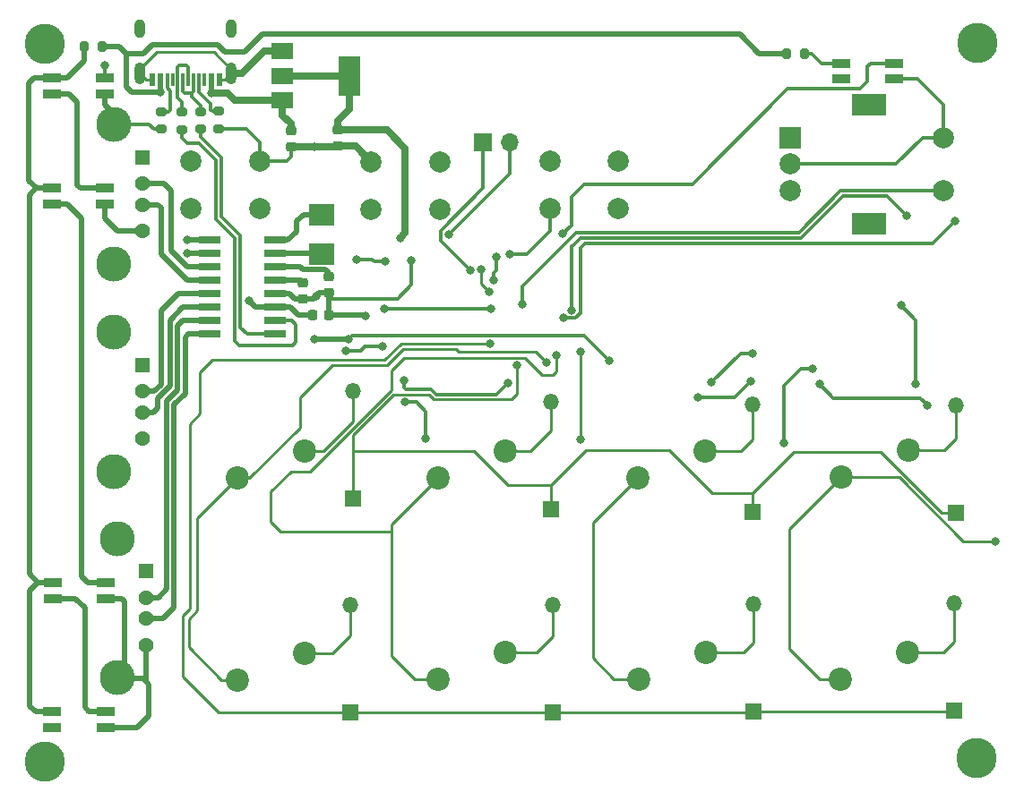
<source format=gbr>
%TF.GenerationSoftware,KiCad,Pcbnew,(6.0.10)*%
%TF.CreationDate,2023-03-05T14:49:45+05:30*%
%TF.ProjectId,keyboardv3,6b657962-6f61-4726-9476-332e6b696361,rev?*%
%TF.SameCoordinates,Original*%
%TF.FileFunction,Copper,L1,Top*%
%TF.FilePolarity,Positive*%
%FSLAX46Y46*%
G04 Gerber Fmt 4.6, Leading zero omitted, Abs format (unit mm)*
G04 Created by KiCad (PCBNEW (6.0.10)) date 2023-03-05 14:49:45*
%MOMM*%
%LPD*%
G01*
G04 APERTURE LIST*
G04 Aperture macros list*
%AMRoundRect*
0 Rectangle with rounded corners*
0 $1 Rounding radius*
0 $2 $3 $4 $5 $6 $7 $8 $9 X,Y pos of 4 corners*
0 Add a 4 corners polygon primitive as box body*
4,1,4,$2,$3,$4,$5,$6,$7,$8,$9,$2,$3,0*
0 Add four circle primitives for the rounded corners*
1,1,$1+$1,$2,$3*
1,1,$1+$1,$4,$5*
1,1,$1+$1,$6,$7*
1,1,$1+$1,$8,$9*
0 Add four rect primitives between the rounded corners*
20,1,$1+$1,$2,$3,$4,$5,0*
20,1,$1+$1,$4,$5,$6,$7,0*
20,1,$1+$1,$6,$7,$8,$9,0*
20,1,$1+$1,$8,$9,$2,$3,0*%
G04 Aperture macros list end*
%TA.AperFunction,ComponentPad*%
%ADD10R,1.428000X1.428000*%
%TD*%
%TA.AperFunction,ComponentPad*%
%ADD11C,1.428000*%
%TD*%
%TA.AperFunction,ComponentPad*%
%ADD12C,3.316000*%
%TD*%
%TA.AperFunction,ComponentPad*%
%ADD13R,1.500000X1.500000*%
%TD*%
%TA.AperFunction,ComponentPad*%
%ADD14O,1.500000X1.500000*%
%TD*%
%TA.AperFunction,ComponentPad*%
%ADD15R,2.000000X2.000000*%
%TD*%
%TA.AperFunction,ComponentPad*%
%ADD16C,2.000000*%
%TD*%
%TA.AperFunction,ComponentPad*%
%ADD17R,3.200000X2.000000*%
%TD*%
%TA.AperFunction,SMDPad,CuDef*%
%ADD18RoundRect,0.200000X0.275000X-0.200000X0.275000X0.200000X-0.275000X0.200000X-0.275000X-0.200000X0*%
%TD*%
%TA.AperFunction,SMDPad,CuDef*%
%ADD19RoundRect,0.200000X-0.200000X-0.275000X0.200000X-0.275000X0.200000X0.275000X-0.200000X0.275000X0*%
%TD*%
%TA.AperFunction,ComponentPad*%
%ADD20C,2.200000*%
%TD*%
%TA.AperFunction,SMDPad,CuDef*%
%ADD21RoundRect,0.200000X0.200000X0.275000X-0.200000X0.275000X-0.200000X-0.275000X0.200000X-0.275000X0*%
%TD*%
%TA.AperFunction,SMDPad,CuDef*%
%ADD22R,1.800000X0.820000*%
%TD*%
%TA.AperFunction,SMDPad,CuDef*%
%ADD23R,2.000000X1.500000*%
%TD*%
%TA.AperFunction,SMDPad,CuDef*%
%ADD24R,2.000000X3.800000*%
%TD*%
%TA.AperFunction,ConnectorPad*%
%ADD25C,3.800000*%
%TD*%
%TA.AperFunction,ComponentPad*%
%ADD26C,2.600000*%
%TD*%
%TA.AperFunction,SMDPad,CuDef*%
%ADD27RoundRect,0.225000X-0.250000X0.225000X-0.250000X-0.225000X0.250000X-0.225000X0.250000X0.225000X0*%
%TD*%
%TA.AperFunction,ComponentPad*%
%ADD28R,1.700000X1.700000*%
%TD*%
%TA.AperFunction,ComponentPad*%
%ADD29O,1.700000X1.700000*%
%TD*%
%TA.AperFunction,SMDPad,CuDef*%
%ADD30R,2.032000X0.660400*%
%TD*%
%TA.AperFunction,SMDPad,CuDef*%
%ADD31RoundRect,0.225000X-0.225000X-0.250000X0.225000X-0.250000X0.225000X0.250000X-0.225000X0.250000X0*%
%TD*%
%TA.AperFunction,SMDPad,CuDef*%
%ADD32R,2.400000X2.000000*%
%TD*%
%TA.AperFunction,SMDPad,CuDef*%
%ADD33R,0.600000X1.240000*%
%TD*%
%TA.AperFunction,SMDPad,CuDef*%
%ADD34R,0.300000X1.240000*%
%TD*%
%TA.AperFunction,ComponentPad*%
%ADD35O,1.000000X2.100000*%
%TD*%
%TA.AperFunction,ComponentPad*%
%ADD36O,1.000000X1.800000*%
%TD*%
%TA.AperFunction,ViaPad*%
%ADD37C,0.800000*%
%TD*%
%TA.AperFunction,Conductor*%
%ADD38C,0.300000*%
%TD*%
%TA.AperFunction,Conductor*%
%ADD39C,0.500000*%
%TD*%
%TA.AperFunction,Conductor*%
%ADD40C,0.250000*%
%TD*%
%TA.AperFunction,Conductor*%
%ADD41C,0.700000*%
%TD*%
G04 APERTURE END LIST*
D10*
%TO.P,J5,01,VCC*%
%TO.N,+5V*%
X42277859Y-79448405D03*
D11*
%TO.P,J5,02,D-*%
%TO.N,Net-(J5-Pad02)*%
X42277859Y-81948405D03*
%TO.P,J5,03,D+*%
%TO.N,Net-(J5-Pad03)*%
X42277859Y-83948405D03*
%TO.P,J5,04,GND*%
%TO.N,GND*%
X42277859Y-86448405D03*
D12*
%TO.P,J5,S1,SHIELD*%
X39567859Y-76378405D03*
%TO.P,J5,S2,SHIELD*%
X39567859Y-89518405D03*
%TD*%
D13*
%TO.P,D11,1,K*%
%TO.N,/row1*%
X118860000Y-73900000D03*
D14*
%TO.P,D11,2,A*%
%TO.N,Net-(D11-Pad2)*%
X118860000Y-63740000D03*
%TD*%
D15*
%TO.P,SW1,A,A*%
%TO.N,/a connect*%
X103130000Y-38450000D03*
D16*
%TO.P,SW1,B,B*%
%TO.N,/b connect*%
X103130000Y-43450000D03*
%TO.P,SW1,C,C*%
%TO.N,GND*%
X103130000Y-40950000D03*
D17*
%TO.P,SW1,MP*%
%TO.N,N/C*%
X110630000Y-35350000D03*
X110630000Y-46550000D03*
D16*
%TO.P,SW1,S1,S1*%
%TO.N,/switch c*%
X117630000Y-43450000D03*
%TO.P,SW1,S2,S2*%
%TO.N,GND*%
X117630000Y-38450000D03*
%TD*%
D18*
%TO.P,R3,1*%
%TO.N,GND*%
X43750000Y-37645000D03*
%TO.P,R3,2*%
%TO.N,Net-(J1-PadB5)*%
X43750000Y-35995000D03*
%TD*%
D19*
%TO.P,R7,1*%
%TO.N,+5V*%
X102825000Y-30470000D03*
%TO.P,R7,2*%
%TO.N,Net-(D21-Pad1)*%
X104475000Y-30470000D03*
%TD*%
D13*
%TO.P,D6,1,K*%
%TO.N,/row2*%
X80710000Y-92850000D03*
D14*
%TO.P,D6,2,A*%
%TO.N,Net-(D6-Pad2)*%
X80710000Y-82690000D03*
%TD*%
D20*
%TO.P,K5,1,1*%
%TO.N,/col2*%
X88760000Y-70600000D03*
%TO.P,K5,2,2*%
%TO.N,Net-(D8-Pad2)*%
X95110000Y-68060000D03*
%TD*%
%TO.P,K8,1,1*%
%TO.N,/col1*%
X107910000Y-89680000D03*
%TO.P,K8,2,2*%
%TO.N,Net-(D12-Pad2)*%
X114260000Y-87140000D03*
%TD*%
%TO.P,K6,1,1*%
%TO.N,/col2*%
X88850000Y-89650000D03*
%TO.P,K6,2,2*%
%TO.N,Net-(D9-Pad2)*%
X95200000Y-87110000D03*
%TD*%
D13*
%TO.P,D5,1,K*%
%TO.N,/row1*%
X80560000Y-73600000D03*
D14*
%TO.P,D5,2,A*%
%TO.N,Net-(D5-Pad2)*%
X80560000Y-63440000D03*
%TD*%
D21*
%TO.P,R6,1*%
%TO.N,+5V*%
X38125000Y-29800000D03*
%TO.P,R6,2*%
%TO.N,Net-(D16-Pad1)*%
X36475000Y-29800000D03*
%TD*%
D20*
%TO.P,K3,1,1*%
%TO.N,/col3*%
X69860000Y-70660000D03*
%TO.P,K3,2,2*%
%TO.N,Net-(D5-Pad2)*%
X76210000Y-68120000D03*
%TD*%
D13*
%TO.P,D2,1,K*%
%TO.N,/row1*%
X61810000Y-72560000D03*
D14*
%TO.P,D2,2,A*%
%TO.N,Net-(D2-Pad2)*%
X61810000Y-62400000D03*
%TD*%
D16*
%TO.P,SW3,1,1*%
%TO.N,GND*%
X63517075Y-40712925D03*
X70017075Y-40712925D03*
%TO.P,SW3,2,2*%
%TO.N,sw02*%
X70017075Y-45212925D03*
X63517075Y-45212925D03*
%TD*%
D18*
%TO.P,R5,1*%
%TO.N,/usb d+*%
X45710000Y-37665000D03*
%TO.P,R5,2*%
%TO.N,Net-(J1-PadA6)*%
X45710000Y-36015000D03*
%TD*%
D10*
%TO.P,J3,01,VCC*%
%TO.N,+5V*%
X41929235Y-40292569D03*
D11*
%TO.P,J3,02,D-*%
%TO.N,Net-(J3-Pad02)*%
X41929235Y-42792569D03*
%TO.P,J3,03,D+*%
%TO.N,Net-(J3-Pad03)*%
X41929235Y-44792569D03*
%TO.P,J3,04,GND*%
%TO.N,GND*%
X41929235Y-47292569D03*
D12*
%TO.P,J3,S1,SHIELD*%
X39219235Y-37222569D03*
%TO.P,J3,S2,SHIELD*%
X39219235Y-50362569D03*
%TD*%
D22*
%TO.P,D21,1,VDD*%
%TO.N,Net-(D21-Pad1)*%
X107985000Y-31390000D03*
%TO.P,D21,2,DOUT*%
%TO.N,unconnected-(D21-Pad2)*%
X107985000Y-32890000D03*
%TO.P,D21,3,VSS*%
%TO.N,GND*%
X112985000Y-32890000D03*
%TO.P,D21,4,DIN*%
%TO.N,Net-(U2-Pad2)*%
X112985000Y-31390000D03*
%TD*%
%TO.P,D20,1,VDD*%
%TO.N,Net-(D16-Pad1)*%
X33435000Y-92750000D03*
%TO.P,D20,2,DOUT*%
%TO.N,unconnected-(D20-Pad2)*%
X33435000Y-94250000D03*
%TO.P,D20,3,VSS*%
%TO.N,GND*%
X38435000Y-94250000D03*
%TO.P,D20,4,DIN*%
%TO.N,Net-(D19-Pad2)*%
X38435000Y-92750000D03*
%TD*%
%TO.P,D18,1,VDD*%
%TO.N,Net-(D16-Pad1)*%
X33370000Y-43220000D03*
%TO.P,D18,2,DOUT*%
%TO.N,Net-(D18-Pad2)*%
X33370000Y-44720000D03*
%TO.P,D18,3,VSS*%
%TO.N,GND*%
X38370000Y-44720000D03*
%TO.P,D18,4,DIN*%
%TO.N,Net-(D16-Pad2)*%
X38370000Y-43220000D03*
%TD*%
D13*
%TO.P,D12,1,K*%
%TO.N,/row2*%
X118660000Y-92680000D03*
D14*
%TO.P,D12,2,A*%
%TO.N,Net-(D12-Pad2)*%
X118660000Y-82520000D03*
%TD*%
D23*
%TO.P,U1,1,GND*%
%TO.N,GND*%
X55190000Y-30280000D03*
D24*
%TO.P,U1,2,VO*%
%TO.N,+3.3V*%
X61490000Y-32580000D03*
D23*
X55190000Y-32580000D03*
%TO.P,U1,3,VI*%
%TO.N,+5V*%
X55190000Y-34880000D03*
%TD*%
D16*
%TO.P,SW2,1,1*%
%TO.N,GND*%
X53057075Y-40672925D03*
X46557075Y-40672925D03*
%TO.P,SW2,2,2*%
%TO.N,sw01*%
X53057075Y-45172925D03*
X46557075Y-45172925D03*
%TD*%
D25*
%TO.P,H2,1*%
%TO.N,N/C*%
X32690000Y-97490000D03*
D26*
X32690000Y-97490000D03*
%TD*%
D27*
%TO.P,C13,1*%
%TO.N,Net-(C13-Pad1)*%
X59520000Y-51595000D03*
%TO.P,C13,2*%
%TO.N,GND*%
X59520000Y-53145000D03*
%TD*%
D28*
%TO.P,J2,1,Pin_1*%
%TO.N,Net-(J2-Pad1)*%
X74160000Y-38905000D03*
D29*
%TO.P,J2,2,Pin_2*%
%TO.N,Net-(J2-Pad2)*%
X76700000Y-38905000D03*
%TD*%
D30*
%TO.P,U3,1,DM4*%
%TO.N,/dm4*%
X48296600Y-48135000D03*
%TO.P,U3,2,DP4*%
%TO.N,/dp4*%
X48296600Y-49405000D03*
%TO.P,U3,3,DM3*%
%TO.N,Net-(J3-Pad02)*%
X48296600Y-50675000D03*
%TO.P,U3,4,DP3*%
%TO.N,Net-(J3-Pad03)*%
X48296600Y-51945000D03*
%TO.P,U3,5,DM2*%
%TO.N,Net-(J4-Pad02)*%
X48296600Y-53215000D03*
%TO.P,U3,6,DP2*%
%TO.N,Net-(J4-Pad03)*%
X48296600Y-54485000D03*
%TO.P,U3,7,DM1*%
%TO.N,Net-(J5-Pad02)*%
X48296600Y-55755000D03*
%TO.P,U3,8,DP1*%
%TO.N,Net-(J5-Pad03)*%
X48296600Y-57025000D03*
%TO.P,U3,9,DM*%
%TO.N,/usb d-*%
X54443400Y-57025000D03*
%TO.P,U3,10,DP*%
%TO.N,/usb d+*%
X54443400Y-55755000D03*
%TO.P,U3,11,VDD5*%
%TO.N,+5V*%
X54443400Y-54485000D03*
%TO.P,U3,12,GND*%
%TO.N,GND*%
X54443400Y-53215000D03*
%TO.P,U3,13,VDD33*%
%TO.N,Net-(C12-Pad1)*%
X54443400Y-51945000D03*
%TO.P,U3,14,VDD18*%
%TO.N,Net-(C13-Pad1)*%
X54443400Y-50675000D03*
%TO.P,U3,15,XOUT*%
%TO.N,Net-(U3-Pad15)*%
X54443400Y-49405000D03*
%TO.P,U3,16,XIN*%
%TO.N,Net-(U3-Pad16)*%
X54443400Y-48135000D03*
%TD*%
D18*
%TO.P,R4,1*%
%TO.N,/usb d-*%
X47410000Y-37645000D03*
%TO.P,R4,2*%
%TO.N,Net-(J1-PadA7)*%
X47410000Y-35995000D03*
%TD*%
D13*
%TO.P,D8,1,K*%
%TO.N,/row1*%
X99580000Y-73880000D03*
D14*
%TO.P,D8,2,A*%
%TO.N,Net-(D8-Pad2)*%
X99580000Y-63720000D03*
%TD*%
D31*
%TO.P,C14,1*%
%TO.N,+5V*%
X58025000Y-55240000D03*
%TO.P,C14,2*%
%TO.N,GND*%
X59575000Y-55240000D03*
%TD*%
D27*
%TO.P,C12,1*%
%TO.N,Net-(C12-Pad1)*%
X57100000Y-52135000D03*
%TO.P,C12,2*%
%TO.N,GND*%
X57100000Y-53685000D03*
%TD*%
D32*
%TO.P,Y2,1,1*%
%TO.N,Net-(U3-Pad16)*%
X58890000Y-45730000D03*
%TO.P,Y2,2,2*%
%TO.N,Net-(U3-Pad15)*%
X58890000Y-49430000D03*
%TD*%
D27*
%TO.P,C1,1*%
%TO.N,+5V*%
X55970000Y-37745000D03*
%TO.P,C1,2*%
%TO.N,GND*%
X55970000Y-39295000D03*
%TD*%
D26*
%TO.P,H1,1*%
%TO.N,N/C*%
X32700000Y-29530000D03*
D25*
X32700000Y-29530000D03*
%TD*%
D26*
%TO.P,H4,1*%
%TO.N,N/C*%
X120850000Y-29480000D03*
D25*
X120850000Y-29480000D03*
%TD*%
D33*
%TO.P,J1,A1,GND*%
%TO.N,GND*%
X49240000Y-32945000D03*
%TO.P,J1,A4,VBUS*%
%TO.N,+5V*%
X48440000Y-32945000D03*
D34*
%TO.P,J1,A5,CC1*%
%TO.N,Net-(J1-PadA5)*%
X47290000Y-32945000D03*
%TO.P,J1,A6,D+*%
%TO.N,Net-(J1-PadA6)*%
X46290000Y-32945000D03*
%TO.P,J1,A7,D-*%
%TO.N,Net-(J1-PadA7)*%
X45790000Y-32945000D03*
%TO.P,J1,A8,SBU1*%
%TO.N,unconnected-(J1-PadA8)*%
X44790000Y-32945000D03*
D33*
%TO.P,J1,A9,VBUS*%
%TO.N,+5V*%
X43640000Y-32945000D03*
%TO.P,J1,A12,GND*%
%TO.N,GND*%
X42840000Y-32945000D03*
%TO.P,J1,B1,GND*%
X42840000Y-32945000D03*
%TO.P,J1,B4,VBUS*%
%TO.N,+5V*%
X43640000Y-32945000D03*
D34*
%TO.P,J1,B5,CC2*%
%TO.N,Net-(J1-PadB5)*%
X44290000Y-32945000D03*
%TO.P,J1,B6,D+*%
%TO.N,Net-(J1-PadA6)*%
X45290000Y-32945000D03*
%TO.P,J1,B7,D-*%
%TO.N,Net-(J1-PadA7)*%
X46790000Y-32945000D03*
%TO.P,J1,B8,SBU2*%
%TO.N,unconnected-(J1-PadB8)*%
X47790000Y-32945000D03*
D33*
%TO.P,J1,B9,VBUS*%
%TO.N,+5V*%
X48440000Y-32945000D03*
%TO.P,J1,B12,GND*%
%TO.N,GND*%
X49240000Y-32945000D03*
D35*
%TO.P,J1,S1,SHIELD*%
X41720000Y-32345000D03*
X50360000Y-32345000D03*
D36*
X50360000Y-28145000D03*
X41720000Y-28145000D03*
%TD*%
D18*
%TO.P,R2,1*%
%TO.N,GND*%
X49170000Y-37605000D03*
%TO.P,R2,2*%
%TO.N,Net-(J1-PadA5)*%
X49170000Y-35955000D03*
%TD*%
D27*
%TO.P,C2,1*%
%TO.N,+3.3V*%
X60440000Y-37705000D03*
%TO.P,C2,2*%
%TO.N,GND*%
X60440000Y-39255000D03*
%TD*%
D13*
%TO.P,D3,1,K*%
%TO.N,/row2*%
X61630000Y-92850000D03*
D14*
%TO.P,D3,2,A*%
%TO.N,Net-(D3-Pad2)*%
X61630000Y-82690000D03*
%TD*%
D13*
%TO.P,D9,1,K*%
%TO.N,/row2*%
X99660000Y-92700000D03*
D14*
%TO.P,D9,2,A*%
%TO.N,Net-(D9-Pad2)*%
X99660000Y-82540000D03*
%TD*%
D20*
%TO.P,K1,1,1*%
%TO.N,/col4*%
X50950000Y-70640000D03*
%TO.P,K1,2,2*%
%TO.N,Net-(D2-Pad2)*%
X57300000Y-68100000D03*
%TD*%
D22*
%TO.P,D19,1,VDD*%
%TO.N,Net-(D16-Pad1)*%
X33515000Y-80530000D03*
%TO.P,D19,2,DOUT*%
%TO.N,Net-(D19-Pad2)*%
X33515000Y-82030000D03*
%TO.P,D19,3,VSS*%
%TO.N,GND*%
X38515000Y-82030000D03*
%TO.P,D19,4,DIN*%
%TO.N,Net-(D18-Pad2)*%
X38515000Y-80530000D03*
%TD*%
D20*
%TO.P,K2,1,1*%
%TO.N,/col4*%
X50950000Y-89740000D03*
%TO.P,K2,2,2*%
%TO.N,Net-(D3-Pad2)*%
X57300000Y-87200000D03*
%TD*%
D16*
%TO.P,SW4,1,1*%
%TO.N,GND*%
X86937075Y-40642925D03*
X80437075Y-40642925D03*
%TO.P,SW4,2,2*%
%TO.N,sw03*%
X86937075Y-45142925D03*
X80437075Y-45142925D03*
%TD*%
D20*
%TO.P,K4,1,1*%
%TO.N,/col3*%
X69910000Y-89670000D03*
%TO.P,K4,2,2*%
%TO.N,Net-(D6-Pad2)*%
X76260000Y-87130000D03*
%TD*%
%TO.P,K7,1,1*%
%TO.N,/col1*%
X107960000Y-70580000D03*
%TO.P,K7,2,2*%
%TO.N,Net-(D11-Pad2)*%
X114310000Y-68040000D03*
%TD*%
D10*
%TO.P,J4,01,VCC*%
%TO.N,+5V*%
X41970000Y-59940000D03*
D11*
%TO.P,J4,02,D-*%
%TO.N,Net-(J4-Pad02)*%
X41970000Y-62440000D03*
%TO.P,J4,03,D+*%
%TO.N,Net-(J4-Pad03)*%
X41970000Y-64440000D03*
%TO.P,J4,04,GND*%
%TO.N,GND*%
X41970000Y-66940000D03*
D12*
%TO.P,J4,S1,SHIELD*%
X39260000Y-56870000D03*
%TO.P,J4,S2,SHIELD*%
X39260000Y-70010000D03*
%TD*%
D22*
%TO.P,D16,1,VDD*%
%TO.N,Net-(D16-Pad1)*%
X33420000Y-32820000D03*
%TO.P,D16,2,DOUT*%
%TO.N,Net-(D16-Pad2)*%
X33420000Y-34320000D03*
%TO.P,D16,3,VSS*%
%TO.N,GND*%
X38420000Y-34320000D03*
%TO.P,D16,4,DIN*%
%TO.N,LED4*%
X38420000Y-32820000D03*
%TD*%
D26*
%TO.P,H3,1*%
%TO.N,N/C*%
X120740000Y-97140000D03*
D25*
X120740000Y-97140000D03*
%TD*%
D37*
%TO.N,/dp4*%
X62190000Y-49930000D03*
%TO.N,GND*%
X61190000Y-58630000D03*
X64640000Y-58220000D03*
X63040000Y-55339500D03*
X66690000Y-61390000D03*
X99620000Y-58830000D03*
X113630000Y-54280000D03*
%TO.N,+3.3V*%
X66310000Y-47920000D03*
%TO.N,GND*%
X75110000Y-51890000D03*
X75390000Y-49750000D03*
%TO.N,+3.3V*%
X73950000Y-50860000D03*
X74700000Y-53000000D03*
%TO.N,/col2*%
X83330000Y-66970000D03*
%TO.N,Net-(D1-Pad1)*%
X105300000Y-60270000D03*
X102580000Y-67350000D03*
%TO.N,Net-(D10-Pad2)*%
X116080000Y-63780000D03*
X105930000Y-61780000D03*
%TO.N,GND*%
X115040000Y-61770000D03*
%TO.N,Net-(D10-Pad4)*%
X99410000Y-61520000D03*
X94480000Y-63020000D03*
%TO.N,GND*%
X95730000Y-61610000D03*
%TO.N,Net-(D4-Pad2)*%
X66750000Y-63470000D03*
X68710000Y-66910000D03*
%TO.N,Net-(D1-Pad1)*%
X86040000Y-59540000D03*
X58200000Y-57500000D03*
X61400000Y-57530000D03*
%TO.N,GND*%
X76450000Y-61670000D03*
%TO.N,/LED*%
X64780000Y-54590000D03*
X74900000Y-54590000D03*
%TO.N,/slide2*%
X118740000Y-46290000D03*
%TO.N,/slide1*%
X114200000Y-45820000D03*
%TO.N,/slide2*%
X81724749Y-55509500D03*
%TO.N,/slide1*%
X82530000Y-54760000D03*
%TO.N,/switch c*%
X77880000Y-54240000D03*
%TO.N,Net-(U2-Pad2)*%
X81650000Y-47550000D03*
%TO.N,Net-(J2-Pad1)*%
X72940000Y-51020000D03*
%TO.N,Net-(J2-Pad2)*%
X70894578Y-47615781D03*
%TO.N,sw03*%
X76680000Y-49470000D03*
%TO.N,LED4*%
X38390000Y-31640000D03*
%TO.N,+5V*%
X52060000Y-53840000D03*
%TO.N,GND*%
X58345000Y-53445000D03*
%TO.N,+5V*%
X48450000Y-34240000D03*
X43650000Y-34140000D03*
%TO.N,GND*%
X67350000Y-50070000D03*
X58225000Y-39295000D03*
%TO.N,/row1*%
X77350000Y-59980000D03*
%TO.N,/row2*%
X74830000Y-57930000D03*
%TO.N,/col4*%
X80110000Y-59680000D03*
%TO.N,/col3*%
X81080000Y-59050000D03*
%TO.N,/col2*%
X83330000Y-58660000D03*
%TO.N,/col1*%
X122560000Y-76630000D03*
%TO.N,/dp4*%
X64880688Y-50109312D03*
X46170000Y-49420000D03*
%TO.N,/dm4*%
X46160000Y-48120000D03*
%TD*%
D38*
%TO.N,/dp4*%
X63660000Y-49930000D02*
X62190000Y-49930000D01*
X64880688Y-50109312D02*
X63839312Y-50109312D01*
X63839312Y-50109312D02*
X63660000Y-49930000D01*
%TO.N,GND*%
X62570000Y-58630000D02*
X62980000Y-58220000D01*
X61190000Y-58630000D02*
X62570000Y-58630000D01*
X62980000Y-58220000D02*
X64640000Y-58220000D01*
D39*
X62940500Y-55240000D02*
X63040000Y-55339500D01*
X59575000Y-55240000D02*
X62940500Y-55240000D01*
D38*
X66850000Y-62250000D02*
X66690000Y-62090000D01*
X69211754Y-62250000D02*
X66850000Y-62250000D01*
X69691753Y-62729999D02*
X69211754Y-62250000D01*
X75390001Y-62729999D02*
X69691753Y-62729999D01*
X66690000Y-62090000D02*
X66690000Y-61390000D01*
X76450000Y-61670000D02*
X75390001Y-62729999D01*
D40*
%TO.N,/row1*%
X77350000Y-62650000D02*
X77350000Y-59980000D01*
X69495001Y-63204999D02*
X76795001Y-63204999D01*
X65657792Y-62745000D02*
X69035002Y-62745000D01*
X61810000Y-66592792D02*
X65657792Y-62745000D01*
X69035002Y-62745000D02*
X69495001Y-63204999D01*
X76795001Y-63204999D02*
X77350000Y-62650000D01*
X61810000Y-68230000D02*
X61810000Y-66592792D01*
D38*
%TO.N,GND*%
X98510000Y-58830000D02*
X99620000Y-58830000D01*
X95730000Y-61610000D02*
X98510000Y-58830000D01*
X115040000Y-55690000D02*
X113630000Y-54280000D01*
X115040000Y-61770000D02*
X115040000Y-55690000D01*
X66040000Y-53660000D02*
X59600000Y-53660000D01*
D39*
X59575000Y-53635000D02*
X59575000Y-53200000D01*
D38*
X67350000Y-52350000D02*
X66040000Y-53660000D01*
X59600000Y-53660000D02*
X59575000Y-53635000D01*
X67350000Y-50070000D02*
X67350000Y-52350000D01*
D39*
X59575000Y-55240000D02*
X59575000Y-53635000D01*
D41*
%TO.N,+3.3V*%
X66780000Y-47450000D02*
X66310000Y-47920000D01*
X65025000Y-37705000D02*
X66780000Y-39460000D01*
X66780000Y-39460000D02*
X66780000Y-47450000D01*
X60440000Y-37705000D02*
X65025000Y-37705000D01*
D38*
%TO.N,GND*%
X75110000Y-51250000D02*
X75110000Y-51890000D01*
X75390000Y-50970000D02*
X75110000Y-51250000D01*
X75390000Y-49750000D02*
X75390000Y-50970000D01*
D40*
%TO.N,+3.3V*%
X73950000Y-52250000D02*
X74700000Y-53000000D01*
X73950000Y-50860000D02*
X73950000Y-52250000D01*
%TO.N,/col2*%
X83330000Y-66970000D02*
X83330000Y-58660000D01*
D38*
%TO.N,Net-(D1-Pad1)*%
X102710000Y-61740000D02*
X102580000Y-61870000D01*
X105300000Y-60270000D02*
X104180000Y-60270000D01*
X104180000Y-60270000D02*
X102710000Y-61740000D01*
X102580000Y-61870000D02*
X102580000Y-67350000D01*
%TO.N,Net-(D10-Pad2)*%
X116080000Y-63720000D02*
X116080000Y-63780000D01*
X115430000Y-63070000D02*
X116080000Y-63720000D01*
X105930000Y-61780000D02*
X107220000Y-63070000D01*
X107220000Y-63070000D02*
X115430000Y-63070000D01*
%TO.N,Net-(D10-Pad4)*%
X94480000Y-63020000D02*
X97910000Y-63020000D01*
X97910000Y-63020000D02*
X99410000Y-61520000D01*
%TO.N,Net-(D4-Pad2)*%
X68710000Y-64360000D02*
X68710000Y-66910000D01*
X67820000Y-63470000D02*
X68710000Y-64360000D01*
X66750000Y-63470000D02*
X67820000Y-63470000D01*
%TO.N,Net-(D1-Pad1)*%
X61750000Y-57180000D02*
X61400000Y-57530000D01*
X86040000Y-59540000D02*
X83680000Y-57180000D01*
X83680000Y-57180000D02*
X61750000Y-57180000D01*
D39*
X58200000Y-57500000D02*
X61370000Y-57500000D01*
X61370000Y-57500000D02*
X61400000Y-57530000D01*
D38*
%TO.N,/LED*%
X74900000Y-54590000D02*
X64780000Y-54590000D01*
%TO.N,/slide2*%
X114660000Y-48430000D02*
X116600000Y-48430000D01*
X83650000Y-48520000D02*
X83740000Y-48430000D01*
X83340000Y-48830000D02*
X83650000Y-48520000D01*
X83340000Y-49200000D02*
X83340000Y-48830000D01*
X83340000Y-55010661D02*
X83340000Y-49200000D01*
X82840661Y-55510000D02*
X83340000Y-55010661D01*
X116600000Y-48430000D02*
X118740000Y-46290000D01*
X81724749Y-55509500D02*
X81725249Y-55510000D01*
X81725249Y-55510000D02*
X82840661Y-55510000D01*
X83740000Y-48430000D02*
X114660000Y-48430000D01*
%TO.N,/slide1*%
X112330000Y-43950000D02*
X114200000Y-45820000D01*
X108147107Y-43950000D02*
X112330000Y-43950000D01*
X104177107Y-47920000D02*
X108147107Y-43950000D01*
X83310000Y-47920000D02*
X104177107Y-47920000D01*
X82530000Y-48700000D02*
X82640000Y-48590000D01*
X82640000Y-48590000D02*
X83310000Y-47920000D01*
X82530000Y-54760000D02*
X82530000Y-48700000D01*
%TO.N,/switch c*%
X107940000Y-43450000D02*
X117630000Y-43450000D01*
X103970000Y-47420000D02*
X107940000Y-43450000D01*
X77880000Y-52500000D02*
X82960000Y-47420000D01*
X77880000Y-54240000D02*
X77880000Y-52500000D01*
X82960000Y-47420000D02*
X103970000Y-47420000D01*
%TO.N,GND*%
X113190000Y-40950000D02*
X115690000Y-38450000D01*
X103130000Y-40950000D02*
X113190000Y-40950000D01*
X115690000Y-38450000D02*
X117630000Y-38450000D01*
X117630000Y-35360000D02*
X117630000Y-38450000D01*
X115160000Y-32890000D02*
X117630000Y-35360000D01*
X112985000Y-32890000D02*
X115160000Y-32890000D01*
%TO.N,Net-(D21-Pad1)*%
X106150000Y-31390000D02*
X107985000Y-31390000D01*
X105230000Y-30470000D02*
X106150000Y-31390000D01*
X104475000Y-30470000D02*
X105230000Y-30470000D01*
D39*
%TO.N,+5V*%
X100230000Y-30470000D02*
X102825000Y-30470000D01*
X98390000Y-28630000D02*
X100230000Y-30470000D01*
X53300000Y-28630000D02*
X98390000Y-28630000D01*
X51640000Y-30290000D02*
X53300000Y-28630000D01*
X49770000Y-30290000D02*
X51640000Y-30290000D01*
X49100000Y-29620000D02*
X49770000Y-30290000D01*
X42890000Y-29620000D02*
X49100000Y-29620000D01*
X42030000Y-30480000D02*
X42890000Y-29620000D01*
X40400000Y-30480000D02*
X42030000Y-30480000D01*
D38*
%TO.N,Net-(U2-Pad2)*%
X82480000Y-46720000D02*
X81650000Y-47550000D01*
X82480000Y-44060000D02*
X82480000Y-46720000D01*
X83710000Y-42830000D02*
X82480000Y-44060000D01*
X93930000Y-42830000D02*
X83710000Y-42830000D01*
X102930000Y-33830000D02*
X93930000Y-42830000D01*
X109780000Y-33830000D02*
X102930000Y-33830000D01*
X110470000Y-33140000D02*
X109780000Y-33830000D01*
X110470000Y-31680000D02*
X110470000Y-33140000D01*
X110760000Y-31390000D02*
X110470000Y-31680000D01*
X112985000Y-31390000D02*
X110760000Y-31390000D01*
%TO.N,Net-(J2-Pad1)*%
X74160000Y-43230000D02*
X74160000Y-38905000D01*
X70144578Y-47245422D02*
X74160000Y-43230000D01*
X70144578Y-48224578D02*
X70144578Y-47245422D01*
X72940000Y-51020000D02*
X70144578Y-48224578D01*
%TO.N,Net-(J2-Pad2)*%
X76700000Y-41820000D02*
X76700000Y-38905000D01*
X70904219Y-47615781D02*
X76700000Y-41820000D01*
X70894578Y-47615781D02*
X70904219Y-47615781D01*
%TO.N,sw03*%
X76680000Y-49470000D02*
X78250000Y-49470000D01*
X78250000Y-49470000D02*
X80437075Y-47282925D01*
X80437075Y-47282925D02*
X80437075Y-45142925D01*
%TO.N,LED4*%
X38420000Y-31670000D02*
X38390000Y-31640000D01*
X38420000Y-32820000D02*
X38420000Y-31670000D01*
D39*
%TO.N,+5V*%
X52060000Y-53950000D02*
X52060000Y-53840000D01*
X52270000Y-54160000D02*
X52060000Y-53950000D01*
X52595000Y-54485000D02*
X52270000Y-54160000D01*
X54443400Y-54485000D02*
X52595000Y-54485000D01*
X56680000Y-55240000D02*
X58025000Y-55240000D01*
X55925000Y-54485000D02*
X56680000Y-55240000D01*
X54443400Y-54485000D02*
X55925000Y-54485000D01*
%TO.N,GND*%
X58345000Y-53445000D02*
X58105000Y-53685000D01*
X59575000Y-53200000D02*
X59520000Y-53145000D01*
X58105000Y-53685000D02*
X57100000Y-53685000D01*
X59520000Y-53145000D02*
X58645000Y-53145000D01*
X58645000Y-53145000D02*
X58345000Y-53445000D01*
X56305000Y-53685000D02*
X57100000Y-53685000D01*
X55835000Y-53215000D02*
X56305000Y-53685000D01*
X54443400Y-53215000D02*
X55835000Y-53215000D01*
%TO.N,Net-(C12-Pad1)*%
X56910000Y-51945000D02*
X57100000Y-52135000D01*
X54443400Y-51945000D02*
X56910000Y-51945000D01*
%TO.N,Net-(C13-Pad1)*%
X59520000Y-51230000D02*
X59520000Y-51595000D01*
X59200000Y-50910000D02*
X59520000Y-51230000D01*
X57080000Y-50910000D02*
X59200000Y-50910000D01*
X56845000Y-50675000D02*
X57080000Y-50910000D01*
X54443400Y-50675000D02*
X56845000Y-50675000D01*
%TO.N,Net-(U3-Pad15)*%
X58865000Y-49405000D02*
X58890000Y-49430000D01*
X54443400Y-49405000D02*
X58865000Y-49405000D01*
%TO.N,Net-(U3-Pad16)*%
X56510000Y-47320000D02*
X56510000Y-46370000D01*
X56510000Y-46370000D02*
X57150000Y-45730000D01*
X55695000Y-48135000D02*
X56510000Y-47320000D01*
X54443400Y-48135000D02*
X55695000Y-48135000D01*
X57150000Y-45730000D02*
X58890000Y-45730000D01*
%TO.N,Net-(J5-Pad03)*%
X43911595Y-83948405D02*
X42277859Y-83948405D01*
X44930000Y-82930000D02*
X43911595Y-83948405D01*
X44930000Y-63680000D02*
X44930000Y-82930000D01*
X45970000Y-62640000D02*
X44930000Y-63680000D01*
X45970000Y-57360000D02*
X45970000Y-62640000D01*
X46305000Y-57025000D02*
X45970000Y-57360000D01*
X48296600Y-57025000D02*
X46305000Y-57025000D01*
%TO.N,Net-(J5-Pad02)*%
X43431595Y-81948405D02*
X42277859Y-81948405D01*
X44230000Y-81150000D02*
X43431595Y-81948405D01*
X44230000Y-63370000D02*
X44230000Y-81150000D01*
X45250000Y-62350000D02*
X44230000Y-63370000D01*
X45250000Y-56220000D02*
X45250000Y-62350000D01*
X45715000Y-55755000D02*
X45250000Y-56220000D01*
X48296600Y-55755000D02*
X45715000Y-55755000D01*
D40*
%TO.N,/row2*%
X49170000Y-92850000D02*
X61630000Y-92850000D01*
X45740000Y-89420000D02*
X49170000Y-92850000D01*
X45740000Y-83660000D02*
X45740000Y-89420000D01*
X46430000Y-82970000D02*
X45740000Y-83660000D01*
X46430000Y-65520000D02*
X46430000Y-82970000D01*
X47400000Y-64550000D02*
X46430000Y-65520000D01*
X47400000Y-60610000D02*
X47400000Y-64550000D01*
X48515568Y-59494432D02*
X47400000Y-60610000D01*
X64825568Y-59494432D02*
X48515568Y-59494432D01*
X66390000Y-57930000D02*
X64825568Y-59494432D01*
X74830000Y-57930000D02*
X66390000Y-57930000D01*
D39*
%TO.N,Net-(J4-Pad03)*%
X43380000Y-64000000D02*
X42940000Y-64440000D01*
X43380000Y-63109950D02*
X43380000Y-64000000D01*
X44550000Y-61939950D02*
X43380000Y-63109950D01*
X42940000Y-64440000D02*
X41970000Y-64440000D01*
X44550000Y-55700000D02*
X44550000Y-61939950D01*
X45765000Y-54485000D02*
X44550000Y-55700000D01*
X48296600Y-54485000D02*
X45765000Y-54485000D01*
%TO.N,Net-(J4-Pad02)*%
X43700000Y-61800000D02*
X43060000Y-62440000D01*
X43060000Y-62440000D02*
X41970000Y-62440000D01*
X45295000Y-53215000D02*
X43700000Y-54810000D01*
X48296600Y-53215000D02*
X45295000Y-53215000D01*
X43700000Y-54810000D02*
X43700000Y-61800000D01*
%TO.N,Net-(J3-Pad03)*%
X43422569Y-44792569D02*
X41929235Y-44792569D01*
X43700000Y-45070000D02*
X43422569Y-44792569D01*
X43700000Y-49500000D02*
X43700000Y-45070000D01*
X46145000Y-51945000D02*
X43700000Y-49500000D01*
X48296600Y-51945000D02*
X46145000Y-51945000D01*
%TO.N,Net-(J3-Pad02)*%
X44650000Y-43480000D02*
X43962569Y-42792569D01*
X44650000Y-49150000D02*
X44650000Y-43480000D01*
X46175000Y-50675000D02*
X44650000Y-49150000D01*
X43962569Y-42792569D02*
X41929235Y-42792569D01*
X48296600Y-50675000D02*
X46175000Y-50675000D01*
%TO.N,GND*%
X39560000Y-47240000D02*
X42357500Y-47240000D01*
X38370000Y-46050000D02*
X39560000Y-47240000D01*
X38370000Y-44720000D02*
X38370000Y-46050000D01*
X40260000Y-82290000D02*
X40260000Y-88920000D01*
X40260000Y-88920000D02*
X39550000Y-89630000D01*
X38515000Y-82030000D02*
X40000000Y-82030000D01*
X40000000Y-82030000D02*
X40260000Y-82290000D01*
X42260000Y-86560000D02*
X42260000Y-89860000D01*
X42260000Y-89860000D02*
X42255000Y-89865000D01*
X42255000Y-89865000D02*
X42020000Y-89630000D01*
X42550000Y-90160000D02*
X42255000Y-89865000D01*
X42550000Y-93140000D02*
X42550000Y-90160000D01*
X41440000Y-94250000D02*
X42550000Y-93140000D01*
X42020000Y-89630000D02*
X39550000Y-89630000D01*
X38435000Y-94250000D02*
X41440000Y-94250000D01*
%TO.N,Net-(D19-Pad2)*%
X36490000Y-92340000D02*
X36900000Y-92750000D01*
X36490000Y-82900000D02*
X36490000Y-92340000D01*
X35620000Y-82030000D02*
X36490000Y-82900000D01*
X36900000Y-92750000D02*
X38435000Y-92750000D01*
X33515000Y-82030000D02*
X35620000Y-82030000D01*
%TO.N,Net-(D18-Pad2)*%
X36190000Y-46100000D02*
X36190000Y-79940000D01*
X36190000Y-79940000D02*
X36780000Y-80530000D01*
X36780000Y-80530000D02*
X38515000Y-80530000D01*
X34810000Y-44720000D02*
X36190000Y-46100000D01*
X33370000Y-44720000D02*
X34810000Y-44720000D01*
%TO.N,Net-(D16-Pad1)*%
X31880000Y-92750000D02*
X33435000Y-92750000D01*
X31320000Y-92190000D02*
X31880000Y-92750000D01*
X31320000Y-81270000D02*
X31320000Y-92190000D01*
X32060000Y-80530000D02*
X31320000Y-81270000D01*
X32060000Y-80530000D02*
X33515000Y-80530000D01*
X31240000Y-79710000D02*
X32060000Y-80530000D01*
X31870000Y-43220000D02*
X31240000Y-43850000D01*
X31240000Y-43850000D02*
X31240000Y-79710000D01*
X31970000Y-43220000D02*
X31870000Y-43220000D01*
%TO.N,GND*%
X39647500Y-36527500D02*
X39647500Y-37170000D01*
X38420000Y-35300000D02*
X39647500Y-36527500D01*
X38420000Y-34320000D02*
X38420000Y-35300000D01*
%TO.N,Net-(D16-Pad2)*%
X36090000Y-43220000D02*
X38370000Y-43220000D01*
X35790000Y-42920000D02*
X36090000Y-43220000D01*
X35790000Y-35090000D02*
X35790000Y-42920000D01*
X35020000Y-34320000D02*
X35790000Y-35090000D01*
X33420000Y-34320000D02*
X35020000Y-34320000D01*
%TO.N,Net-(D16-Pad1)*%
X31970000Y-43220000D02*
X33370000Y-43220000D01*
X31230000Y-33260000D02*
X31230000Y-42480000D01*
X31670000Y-32820000D02*
X31230000Y-33260000D01*
X33420000Y-32820000D02*
X31670000Y-32820000D01*
X31230000Y-42480000D02*
X31970000Y-43220000D01*
D41*
%TO.N,GND*%
X60440000Y-39255000D02*
X62059150Y-39255000D01*
X62059150Y-39255000D02*
X63517075Y-40712925D01*
%TO.N,+5V*%
X50670000Y-34880000D02*
X50030000Y-34240000D01*
D39*
X48440000Y-34230000D02*
X48450000Y-34240000D01*
X40400000Y-33610000D02*
X40400000Y-30480000D01*
X43650000Y-34140000D02*
X40930000Y-34140000D01*
D41*
X55190000Y-34880000D02*
X50670000Y-34880000D01*
D39*
X40400000Y-30480000D02*
X39720000Y-29800000D01*
X48440000Y-32945000D02*
X48440000Y-34230000D01*
D41*
X55190000Y-36320000D02*
X55190000Y-34880000D01*
D39*
X43640000Y-34130000D02*
X43650000Y-34140000D01*
X39720000Y-29800000D02*
X38125000Y-29800000D01*
D41*
X55970000Y-37745000D02*
X55970000Y-37100000D01*
D39*
X43640000Y-32945000D02*
X43640000Y-34130000D01*
D41*
X55970000Y-37100000D02*
X55190000Y-36320000D01*
D39*
X40930000Y-34140000D02*
X40400000Y-33610000D01*
D41*
X50030000Y-34240000D02*
X48450000Y-34240000D01*
D38*
%TO.N,GND*%
X42520000Y-37170000D02*
X39647500Y-37170000D01*
X43750000Y-37645000D02*
X43015000Y-37645000D01*
D41*
X55970000Y-39295000D02*
X58225000Y-39295000D01*
D38*
X55557075Y-40672925D02*
X55970000Y-40260000D01*
D41*
X55190000Y-30280000D02*
X53450000Y-30280000D01*
D38*
X53057075Y-38877075D02*
X53057075Y-40672925D01*
D40*
X41720000Y-31930000D02*
X41720000Y-32345000D01*
D38*
X51785000Y-37605000D02*
X53057075Y-38877075D01*
D40*
X48720000Y-30340000D02*
X43310000Y-30340000D01*
X42320000Y-32945000D02*
X41720000Y-32345000D01*
D38*
X55970000Y-40260000D02*
X55970000Y-39295000D01*
X43015000Y-37645000D02*
X42530000Y-37160000D01*
X42530000Y-37160000D02*
X42520000Y-37170000D01*
D40*
X42840000Y-32945000D02*
X42320000Y-32945000D01*
X43310000Y-30340000D02*
X41720000Y-31930000D01*
X49240000Y-32945000D02*
X49760000Y-32945000D01*
D41*
X51385000Y-32345000D02*
X50360000Y-32345000D01*
D38*
X49170000Y-37605000D02*
X51785000Y-37605000D01*
D40*
X50360000Y-32345000D02*
X50360000Y-31980000D01*
D41*
X58225000Y-39295000D02*
X60400000Y-39295000D01*
D40*
X49760000Y-32945000D02*
X50360000Y-32345000D01*
X50360000Y-31980000D02*
X48720000Y-30340000D01*
D41*
X53450000Y-30280000D02*
X51385000Y-32345000D01*
X60400000Y-39295000D02*
X60440000Y-39255000D01*
D38*
X53057075Y-40672925D02*
X55557075Y-40672925D01*
D41*
%TO.N,+3.3V*%
X61490000Y-35770000D02*
X61490000Y-32580000D01*
X55190000Y-32580000D02*
X61490000Y-32580000D01*
X60440000Y-36820000D02*
X61490000Y-35770000D01*
X60440000Y-37705000D02*
X60440000Y-36820000D01*
D40*
%TO.N,/row1*%
X61810000Y-68230000D02*
X61910000Y-68130000D01*
X61810000Y-72560000D02*
X61810000Y-68230000D01*
X91730000Y-68000000D02*
X83870000Y-68000000D01*
X118860000Y-73900000D02*
X117440000Y-73900000D01*
X73270000Y-68130000D02*
X61910000Y-68130000D01*
X111680000Y-68140000D02*
X103490000Y-68140000D01*
X80560000Y-71310000D02*
X80560000Y-73600000D01*
X103490000Y-68140000D02*
X99580000Y-72050000D01*
X80560000Y-71310000D02*
X76450000Y-71310000D01*
X117440000Y-73900000D02*
X111680000Y-68140000D01*
X83870000Y-68000000D02*
X80560000Y-71310000D01*
X95780000Y-72050000D02*
X91730000Y-68000000D01*
X99580000Y-72050000D02*
X99580000Y-73880000D01*
X99580000Y-72050000D02*
X95780000Y-72050000D01*
X76450000Y-71310000D02*
X73270000Y-68130000D01*
%TO.N,Net-(D2-Pad2)*%
X61810000Y-65320000D02*
X61810000Y-62400000D01*
X57300000Y-68100000D02*
X59030000Y-68100000D01*
X59030000Y-68100000D02*
X61810000Y-65320000D01*
%TO.N,/row2*%
X99510000Y-92850000D02*
X99660000Y-92700000D01*
X118640000Y-92700000D02*
X118660000Y-92680000D01*
X80710000Y-92850000D02*
X99510000Y-92850000D01*
X61630000Y-92850000D02*
X80710000Y-92850000D01*
X99660000Y-92700000D02*
X118640000Y-92700000D01*
%TO.N,Net-(D3-Pad2)*%
X57300000Y-87200000D02*
X59920000Y-87200000D01*
X61630000Y-85490000D02*
X61630000Y-82690000D01*
X59920000Y-87200000D02*
X61630000Y-85490000D01*
%TO.N,Net-(D5-Pad2)*%
X78590000Y-68120000D02*
X80560000Y-66150000D01*
X80560000Y-66150000D02*
X80560000Y-63440000D01*
X76210000Y-68120000D02*
X78590000Y-68120000D01*
%TO.N,Net-(D6-Pad2)*%
X79220000Y-87130000D02*
X80710000Y-85640000D01*
X76260000Y-87130000D02*
X79220000Y-87130000D01*
X80710000Y-85640000D02*
X80710000Y-82690000D01*
%TO.N,Net-(D8-Pad2)*%
X98480000Y-68060000D02*
X99580000Y-66960000D01*
X99580000Y-66960000D02*
X99580000Y-63720000D01*
X95110000Y-68060000D02*
X98480000Y-68060000D01*
%TO.N,Net-(D9-Pad2)*%
X95200000Y-87110000D02*
X98760000Y-87110000D01*
X99660000Y-86210000D02*
X99660000Y-82540000D01*
X98760000Y-87110000D02*
X99660000Y-86210000D01*
%TO.N,Net-(D11-Pad2)*%
X114310000Y-68040000D02*
X117710000Y-68040000D01*
X118860000Y-66890000D02*
X118860000Y-63740000D01*
X117710000Y-68040000D02*
X118860000Y-66890000D01*
%TO.N,Net-(D12-Pad2)*%
X117630000Y-87140000D02*
X118660000Y-86110000D01*
X118660000Y-86110000D02*
X118660000Y-82520000D01*
X114260000Y-87140000D02*
X117630000Y-87140000D01*
D39*
%TO.N,Net-(D16-Pad1)*%
X36475000Y-29800000D02*
X36475000Y-31165000D01*
X34820000Y-32820000D02*
X33420000Y-32820000D01*
X36475000Y-31165000D02*
X34820000Y-32820000D01*
D38*
%TO.N,Net-(J1-PadA5)*%
X47290000Y-32945000D02*
X47290000Y-34140661D01*
X47290000Y-34140661D02*
X48390000Y-35240661D01*
X48535000Y-35955000D02*
X49170000Y-35955000D01*
X48390000Y-35810000D02*
X48535000Y-35955000D01*
X48390000Y-35240661D02*
X48390000Y-35810000D01*
%TO.N,Net-(J1-PadA6)*%
X46100000Y-31580000D02*
X46290000Y-31770000D01*
X45290000Y-31750000D02*
X45460000Y-31580000D01*
X45460000Y-31580000D02*
X46100000Y-31580000D01*
X45290000Y-32945000D02*
X45290000Y-34620000D01*
X45290000Y-32945000D02*
X45290000Y-31750000D01*
X45290000Y-34620000D02*
X45710000Y-35040000D01*
X46290000Y-31770000D02*
X46290000Y-32945000D01*
X45710000Y-35040000D02*
X45710000Y-36015000D01*
%TO.N,Net-(J1-PadA7)*%
X47410000Y-35390000D02*
X47410000Y-35995000D01*
X46600000Y-34220000D02*
X46790000Y-34030000D01*
X45790000Y-34050000D02*
X45960000Y-34220000D01*
X46790000Y-34030000D02*
X46790000Y-32945000D01*
X45960000Y-34220000D02*
X46600000Y-34220000D01*
X46600000Y-34220000D02*
X46600000Y-34580000D01*
X46600000Y-34580000D02*
X47410000Y-35390000D01*
X45790000Y-32945000D02*
X45790000Y-34050000D01*
%TO.N,Net-(J1-PadB5)*%
X44435000Y-35995000D02*
X43750000Y-35995000D01*
X44610000Y-35820000D02*
X44435000Y-35995000D01*
X44290000Y-33719339D02*
X44610000Y-34039339D01*
X44610000Y-34039339D02*
X44610000Y-35820000D01*
X44290000Y-32945000D02*
X44290000Y-33719339D01*
D40*
%TO.N,/col4*%
X47150000Y-83180000D02*
X46310000Y-84020000D01*
X49390000Y-89740000D02*
X50950000Y-89740000D01*
X56840000Y-65850000D02*
X56840000Y-63020000D01*
X46310000Y-86660000D02*
X49390000Y-89740000D01*
X56840000Y-63020000D02*
X59915568Y-59944432D01*
X50950000Y-70640000D02*
X47150000Y-74440000D01*
X66560000Y-58420000D02*
X71570000Y-58420000D01*
X71870000Y-58720000D02*
X79150000Y-58720000D01*
X50950000Y-70640000D02*
X52050000Y-70640000D01*
X46310000Y-84020000D02*
X46310000Y-86660000D01*
X52050000Y-70640000D02*
X56840000Y-65850000D01*
X47150000Y-74440000D02*
X47150000Y-83180000D01*
X59915568Y-59944432D02*
X65035568Y-59944432D01*
X65035568Y-59944432D02*
X66560000Y-58420000D01*
X71570000Y-58420000D02*
X71870000Y-58720000D01*
X79150000Y-58720000D02*
X80110000Y-59680000D01*
%TO.N,/col3*%
X65450000Y-75700000D02*
X65450000Y-87470000D01*
X78065000Y-59255000D02*
X79680000Y-60870000D01*
X81080000Y-60530000D02*
X81080000Y-59050000D01*
X54060000Y-71910000D02*
X55970000Y-70000000D01*
X55970000Y-70000000D02*
X57766396Y-70000000D01*
X57766396Y-70000000D02*
X65470000Y-62296396D01*
X55000000Y-75700000D02*
X54060000Y-74760000D01*
X65450000Y-75070000D02*
X65450000Y-75700000D01*
X66675000Y-59255000D02*
X78065000Y-59255000D01*
X65450000Y-75700000D02*
X55000000Y-75700000D01*
X54060000Y-74760000D02*
X54060000Y-71910000D01*
X65470000Y-60460000D02*
X66675000Y-59255000D01*
X67650000Y-89670000D02*
X69910000Y-89670000D01*
X65450000Y-87470000D02*
X67650000Y-89670000D01*
X65470000Y-62296396D02*
X65470000Y-60460000D01*
X69860000Y-70660000D02*
X65450000Y-75070000D01*
X80740000Y-60870000D02*
X81080000Y-60530000D01*
X79680000Y-60870000D02*
X80740000Y-60870000D01*
%TO.N,/col2*%
X86490000Y-89650000D02*
X88850000Y-89650000D01*
X84500000Y-74860000D02*
X84500000Y-87660000D01*
X88760000Y-70600000D02*
X84500000Y-74860000D01*
X84500000Y-87660000D02*
X86490000Y-89650000D01*
%TO.N,/col1*%
X122560000Y-76630000D02*
X119533604Y-76630000D01*
X103080000Y-75460000D02*
X103080000Y-86820000D01*
X103080000Y-86820000D02*
X105940000Y-89680000D01*
X105940000Y-89680000D02*
X107910000Y-89680000D01*
X113483604Y-70580000D02*
X107960000Y-70580000D01*
X107960000Y-70580000D02*
X103080000Y-75460000D01*
X119533604Y-76630000D02*
X113483604Y-70580000D01*
D38*
%TO.N,/usb d-*%
X49420000Y-40350000D02*
X49420000Y-45940000D01*
X51825000Y-57025000D02*
X54443400Y-57025000D01*
X51200000Y-56400000D02*
X51825000Y-57025000D01*
X49420000Y-45940000D02*
X51200000Y-47720000D01*
X51200000Y-47720000D02*
X51200000Y-56400000D01*
X47410000Y-38340000D02*
X49420000Y-40350000D01*
X47410000Y-37645000D02*
X47410000Y-38340000D01*
%TO.N,/usb d+*%
X46180000Y-38930000D02*
X47250000Y-38930000D01*
X50700000Y-47980000D02*
X50700000Y-57650000D01*
X56150000Y-58080000D02*
X56460000Y-57770000D01*
X56095000Y-55755000D02*
X54443400Y-55755000D01*
X56460000Y-56120000D02*
X56095000Y-55755000D01*
X51130000Y-58080000D02*
X56150000Y-58080000D01*
X50700000Y-57650000D02*
X51130000Y-58080000D01*
X48920000Y-40600000D02*
X48920000Y-46200000D01*
X45710000Y-37665000D02*
X45710000Y-38460000D01*
X48920000Y-46200000D02*
X50700000Y-47980000D01*
X56460000Y-57770000D02*
X56460000Y-56120000D01*
X45710000Y-38460000D02*
X46180000Y-38930000D01*
X47250000Y-38930000D02*
X48920000Y-40600000D01*
D39*
%TO.N,/dp4*%
X48296600Y-49405000D02*
X46185000Y-49405000D01*
X46185000Y-49405000D02*
X46170000Y-49420000D01*
%TO.N,/dm4*%
X46175000Y-48135000D02*
X46160000Y-48120000D01*
X48296600Y-48135000D02*
X46175000Y-48135000D01*
%TD*%
M02*

</source>
